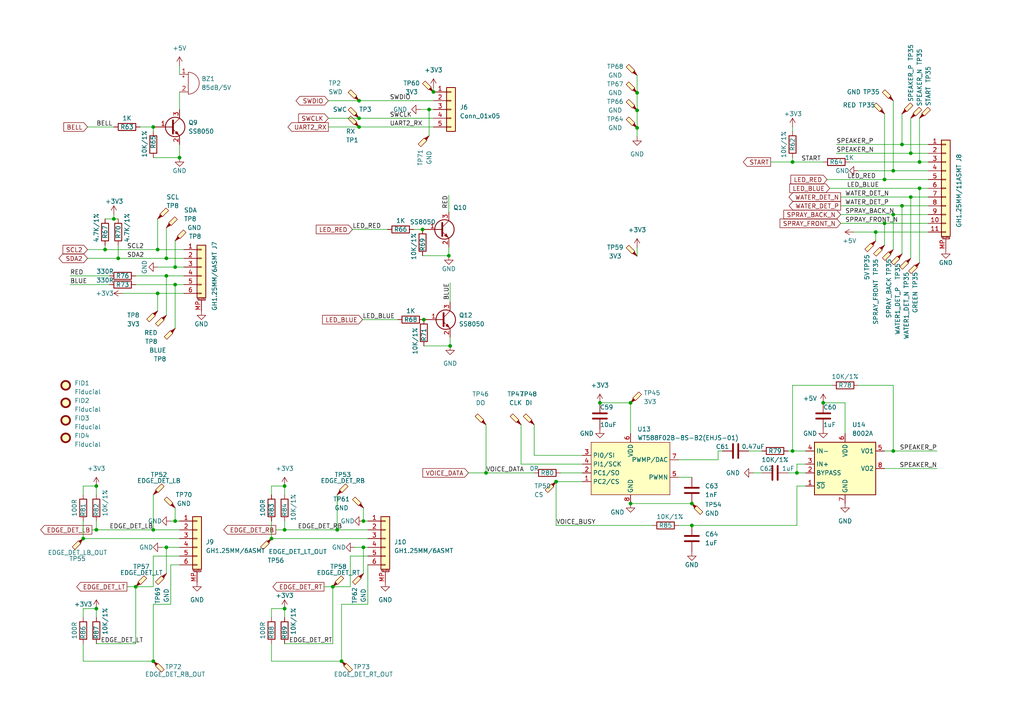
<source format=kicad_sch>
(kicad_sch (version 20230121) (generator eeschema)
  (paper "A4")
  (junction (at 261.62 59.69))
  (junction (at 200.66 146.05))
  (junction (at 231.14 137.16))
  (junction (at 184.785 37.084))
  (junction (at 122.555 66.548))
  (junction (at 124.46 31.75))
  (junction (at 264.16 44.45))
  (junction (at 99.06 191.77))
  (junction (at 238.76 116.84))
  (junction (at 48.26 80.01))
  (junction (at 229.87 130.81))
  (junction (at 104.14 29.21))
  (junction (at 125.73 26.67))
  (junction (at 182.88 146.05))
  (junction (at 130.556 100.33))
  (junction (at 39.37 170.18))
  (junction (at 266.7 46.99))
  (junction (at 259.08 130.81))
  (junction (at 45.72 72.39))
  (junction (at 259.08 49.53))
  (junction (at 254 67.31))
  (junction (at 48.26 158.75))
  (junction (at 48.26 74.93))
  (junction (at 78.74 156.21))
  (junction (at 105.41 158.75))
  (junction (at 266.7 54.61))
  (junction (at 50.8 151.13))
  (junction (at 184.785 32.004))
  (junction (at 82.55 176.53))
  (junction (at 27.94 140.97))
  (junction (at 27.94 153.67))
  (junction (at 122.936 92.71))
  (junction (at 256.54 64.77))
  (junction (at 105.41 151.13))
  (junction (at 97.79 153.67))
  (junction (at 33.02 63.5))
  (junction (at 261.62 41.91))
  (junction (at 30.48 72.39))
  (junction (at 264.16 57.15))
  (junction (at 173.99 116.84))
  (junction (at 50.8 82.55))
  (junction (at 229.87 46.99))
  (junction (at 27.94 176.53))
  (junction (at 24.13 156.21))
  (junction (at 34.29 74.93))
  (junction (at 200.66 152.4))
  (junction (at 45.72 85.09))
  (junction (at 182.88 116.84))
  (junction (at 52.07 45.72))
  (junction (at 82.55 153.67))
  (junction (at 104.14 36.83))
  (junction (at 184.785 26.924))
  (junction (at 259.08 62.23))
  (junction (at 44.45 191.77))
  (junction (at 44.45 36.83))
  (junction (at 161.29 139.7))
  (junction (at 44.45 153.67))
  (junction (at 104.14 34.29))
  (junction (at 130.175 74.168))
  (junction (at 82.55 140.97))
  (junction (at 50.8 77.47))
  (junction (at 96.52 170.18))
  (junction (at 140.97 137.16))
  (junction (at 256.54 52.07))
  (wire (pts (xy 121.92 31.75) (xy 124.46 31.75)))
  (wire (pts (xy 99.06 191.77) (xy 99.06 175.26)))
  (wire (pts (xy 184.785 32.004) (xy 184.785 37.084)))
  (wire (pts (xy 24.13 151.13) (xy 24.13 156.21)))
  (wire (pts (xy 130.556 100.33) (xy 130.556 97.79)))
  (wire (pts (xy 184.785 37.084) (xy 184.785 39.624)))
  (wire (pts (xy 261.62 59.69) (xy 269.24 59.69)))
  (wire (pts (xy 233.68 134.62) (xy 231.14 134.62)))
  (wire (pts (xy 102.87 158.75) (xy 105.41 158.75)))
  (wire (pts (xy 182.88 146.05) (xy 200.66 146.05)))
  (wire (pts (xy 151.13 134.62) (xy 168.91 134.62)))
  (wire (pts (xy 124.46 31.75) (xy 125.73 31.75)))
  (wire (pts (xy 125.73 25.4) (xy 125.73 26.67)))
  (wire (pts (xy 30.48 63.5) (xy 33.02 63.5)))
  (wire (pts (xy 45.72 63.5) (xy 45.72 72.39)))
  (wire (pts (xy 39.37 80.01) (xy 48.26 80.01)))
  (wire (pts (xy 240.665 54.61) (xy 266.7 54.61)))
  (wire (pts (xy 264.16 44.45) (xy 269.24 44.45)))
  (wire (pts (xy 50.8 147.32) (xy 50.8 151.13)))
  (wire (pts (xy 259.08 29.21) (xy 259.08 49.53)))
  (wire (pts (xy 44.45 170.18) (xy 44.45 161.29)))
  (wire (pts (xy 229.87 46.99) (xy 223.52 46.99)))
  (wire (pts (xy 196.85 133.35) (xy 208.28 133.35)))
  (wire (pts (xy 259.08 130.81) (xy 271.78 130.81)))
  (wire (pts (xy 231.14 140.97) (xy 233.68 140.97)))
  (wire (pts (xy 241.3 111.76) (xy 229.87 111.76)))
  (wire (pts (xy 105.41 147.32) (xy 105.41 151.13)))
  (wire (pts (xy 243.84 57.15) (xy 264.16 57.15)))
  (wire (pts (xy 95.25 34.29) (xy 104.14 34.29)))
  (wire (pts (xy 45.72 90.17) (xy 45.72 85.09)))
  (wire (pts (xy 34.29 71.12) (xy 34.29 74.93)))
  (wire (pts (xy 130.556 82.042) (xy 130.556 87.63)))
  (wire (pts (xy 49.53 163.83) (xy 52.07 163.83)))
  (wire (pts (xy 82.55 153.67) (xy 82.55 151.13)))
  (wire (pts (xy 39.37 170.18) (xy 44.45 170.18)))
  (wire (pts (xy 243.84 59.69) (xy 261.62 59.69)))
  (wire (pts (xy 97.79 143.51) (xy 97.79 153.67)))
  (wire (pts (xy 264.16 74.93) (xy 264.16 57.15)))
  (wire (pts (xy 24.13 179.07) (xy 24.13 176.53)))
  (wire (pts (xy 48.26 66.04) (xy 48.26 74.93)))
  (wire (pts (xy 24.13 143.51) (xy 24.13 140.97)))
  (wire (pts (xy 49.53 175.26) (xy 49.53 163.83)))
  (wire (pts (xy 135.89 137.16) (xy 140.97 137.16)))
  (wire (pts (xy 52.07 26.67) (xy 52.07 31.75)))
  (wire (pts (xy 104.14 34.29) (xy 125.73 34.29)))
  (wire (pts (xy 24.13 191.77) (xy 44.45 191.77)))
  (wire (pts (xy 48.26 158.75) (xy 48.26 166.37)))
  (wire (pts (xy 106.68 175.26) (xy 106.68 163.83)))
  (wire (pts (xy 184.785 21.844) (xy 184.785 26.924)))
  (wire (pts (xy 239.903 52.07) (xy 256.54 52.07)))
  (wire (pts (xy 229.87 46.99) (xy 238.76 46.99)))
  (wire (pts (xy 105.41 151.13) (xy 106.68 151.13)))
  (wire (pts (xy 78.74 191.77) (xy 99.06 191.77)))
  (wire (pts (xy 80.01 153.67) (xy 82.55 153.67)))
  (wire (pts (xy 45.72 85.09) (xy 53.34 85.09)))
  (wire (pts (xy 27.94 153.67) (xy 27.94 151.13)))
  (wire (pts (xy 266.7 54.61) (xy 269.24 54.61)))
  (wire (pts (xy 50.8 95.25) (xy 50.8 82.55)))
  (wire (pts (xy 231.14 152.4) (xy 231.14 140.97)))
  (wire (pts (xy 266.7 46.99) (xy 269.24 46.99)))
  (wire (pts (xy 20.32 80.01) (xy 31.75 80.01)))
  (wire (pts (xy 25.4 72.39) (xy 30.48 72.39)))
  (wire (pts (xy 95.25 29.21) (xy 104.14 29.21)))
  (wire (pts (xy 26.67 153.67) (xy 27.94 153.67)))
  (wire (pts (xy 208.28 130.81) (xy 209.55 130.81)))
  (wire (pts (xy 105.156 92.71) (xy 115.316 92.71)))
  (wire (pts (xy 45.72 77.47) (xy 50.8 77.47)))
  (wire (pts (xy 46.99 158.75) (xy 48.26 158.75)))
  (wire (pts (xy 259.08 62.23) (xy 269.24 62.23)))
  (wire (pts (xy 44.45 36.83) (xy 44.45 38.1)))
  (wire (pts (xy 34.29 74.93) (xy 48.26 74.93)))
  (wire (pts (xy 78.74 140.97) (xy 82.55 140.97)))
  (wire (pts (xy 189.23 152.4) (xy 161.29 152.4)))
  (wire (pts (xy 124.46 39.37) (xy 124.46 31.75)))
  (wire (pts (xy 238.76 116.84) (xy 245.11 116.84)))
  (wire (pts (xy 243.84 64.77) (xy 256.54 64.77)))
  (wire (pts (xy 161.29 152.4) (xy 161.29 139.7)))
  (wire (pts (xy 245.11 116.84) (xy 245.11 125.73)))
  (wire (pts (xy 217.17 130.81) (xy 220.98 130.81)))
  (wire (pts (xy 259.08 130.81) (xy 256.54 130.81)))
  (wire (pts (xy 256.54 135.89) (xy 271.78 135.89)))
  (wire (pts (xy 44.45 175.26) (xy 49.53 175.26)))
  (wire (pts (xy 93.98 170.18) (xy 96.52 170.18)))
  (wire (pts (xy 196.85 152.4) (xy 200.66 152.4)))
  (wire (pts (xy 78.74 143.51) (xy 78.74 140.97)))
  (wire (pts (xy 48.26 91.44) (xy 48.26 80.01)))
  (wire (pts (xy 104.14 36.83) (xy 125.73 36.83)))
  (wire (pts (xy 231.14 134.62) (xy 231.14 137.16)))
  (wire (pts (xy 44.45 153.67) (xy 52.07 153.67)))
  (wire (pts (xy 246.38 46.99) (xy 266.7 46.99)))
  (wire (pts (xy 50.8 69.85) (xy 50.8 77.47)))
  (wire (pts (xy 52.07 19.05) (xy 52.07 21.59)))
  (wire (pts (xy 229.87 36.83) (xy 229.87 38.1)))
  (wire (pts (xy 154.94 132.08) (xy 168.91 132.08)))
  (wire (pts (xy 96.52 170.18) (xy 101.6 170.18)))
  (wire (pts (xy 82.55 140.97) (xy 82.55 143.51)))
  (wire (pts (xy 266.7 34.29) (xy 266.7 46.99)))
  (wire (pts (xy 39.37 82.55) (xy 50.8 82.55)))
  (wire (pts (xy 95.25 36.83) (xy 104.14 36.83)))
  (wire (pts (xy 48.26 74.93) (xy 53.34 74.93)))
  (wire (pts (xy 247.65 67.31) (xy 254 67.31)))
  (wire (pts (xy 44.45 143.51) (xy 44.45 153.67)))
  (wire (pts (xy 30.48 71.12) (xy 30.48 72.39)))
  (wire (pts (xy 52.07 41.91) (xy 52.07 45.72)))
  (wire (pts (xy 261.62 73.66) (xy 261.62 59.69)))
  (wire (pts (xy 261.62 33.02) (xy 261.62 41.91)))
  (wire (pts (xy 256.54 64.77) (xy 269.24 64.77)))
  (wire (pts (xy 173.99 116.84) (xy 182.88 116.84)))
  (wire (pts (xy 40.64 36.83) (xy 44.45 36.83)))
  (wire (pts (xy 78.74 179.07) (xy 78.74 176.53)))
  (wire (pts (xy 27.94 153.67) (xy 44.45 153.67)))
  (wire (pts (xy 30.48 72.39) (xy 45.72 72.39)))
  (wire (pts (xy 259.08 111.76) (xy 259.08 130.81)))
  (wire (pts (xy 39.37 170.18) (xy 39.37 186.69)))
  (wire (pts (xy 101.6 170.18) (xy 101.6 161.29)))
  (wire (pts (xy 200.66 138.43) (xy 196.85 138.43)))
  (wire (pts (xy 248.92 111.76) (xy 259.08 111.76)))
  (wire (pts (xy 256.54 33.02) (xy 256.54 52.07)))
  (wire (pts (xy 122.936 100.33) (xy 130.556 100.33)))
  (wire (pts (xy 27.94 140.97) (xy 27.94 143.51)))
  (wire (pts (xy 261.62 41.91) (xy 269.24 41.91)))
  (wire (pts (xy 27.94 176.53) (xy 27.94 179.07)))
  (wire (pts (xy 44.45 45.72) (xy 52.07 45.72)))
  (wire (pts (xy 20.32 82.55) (xy 31.75 82.55)))
  (wire (pts (xy 264.16 34.29) (xy 264.16 44.45)))
  (wire (pts (xy 82.55 153.67) (xy 97.79 153.67)))
  (wire (pts (xy 264.16 57.15) (xy 269.24 57.15)))
  (wire (pts (xy 105.41 158.75) (xy 106.68 158.75)))
  (wire (pts (xy 105.41 166.37) (xy 105.41 158.75)))
  (wire (pts (xy 120.015 66.548) (xy 122.555 66.548)))
  (wire (pts (xy 228.6 137.16) (xy 231.14 137.16)))
  (wire (pts (xy 130.175 56.642) (xy 130.175 61.468)))
  (wire (pts (xy 266.7 76.2) (xy 266.7 54.61)))
  (wire (pts (xy 231.14 137.16) (xy 233.68 137.16)))
  (wire (pts (xy 24.13 156.21) (xy 52.07 156.21)))
  (wire (pts (xy 24.13 186.69) (xy 24.13 191.77)))
  (wire (pts (xy 50.8 82.55) (xy 53.34 82.55)))
  (wire (pts (xy 49.53 151.13) (xy 50.8 151.13)))
  (wire (pts (xy 140.97 123.19) (xy 140.97 137.16)))
  (wire (pts (xy 25.4 36.83) (xy 33.02 36.83)))
  (wire (pts (xy 161.29 139.7) (xy 168.91 139.7)))
  (wire (pts (xy 220.98 137.16) (xy 218.44 137.16)))
  (wire (pts (xy 242.57 41.91) (xy 261.62 41.91)))
  (wire (pts (xy 99.06 175.26) (xy 106.68 175.26)))
  (wire (pts (xy 122.555 74.168) (xy 130.175 74.168)))
  (wire (pts (xy 130.175 74.168) (xy 130.175 71.628)))
  (wire (pts (xy 78.74 156.21) (xy 106.68 156.21)))
  (wire (pts (xy 48.26 158.75) (xy 52.07 158.75)))
  (wire (pts (xy 104.14 29.21) (xy 125.73 29.21)))
  (wire (pts (xy 184.785 71.755) (xy 184.785 74.295)))
  (wire (pts (xy 248.92 49.53) (xy 259.08 49.53)))
  (wire (pts (xy 184.785 26.924) (xy 184.785 32.004)))
  (wire (pts (xy 82.55 176.53) (xy 82.55 179.07)))
  (wire (pts (xy 96.52 170.18) (xy 96.52 186.69)))
  (wire (pts (xy 254 69.85) (xy 254 67.31)))
  (wire (pts (xy 36.83 170.18) (xy 39.37 170.18)))
  (wire (pts (xy 151.13 123.19) (xy 151.13 134.62)))
  (wire (pts (xy 48.26 80.01) (xy 53.34 80.01)))
  (wire (pts (xy 50.8 77.47) (xy 53.34 77.47)))
  (wire (pts (xy 101.6 161.29) (xy 106.68 161.29)))
  (wire (pts (xy 78.74 176.53) (xy 82.55 176.53)))
  (wire (pts (xy 82.55 186.69) (xy 96.52 186.69)))
  (wire (pts (xy 24.13 176.53) (xy 27.94 176.53)))
  (wire (pts (xy 154.94 123.19) (xy 154.94 132.08)))
  (wire (pts (xy 243.84 62.23) (xy 259.08 62.23)))
  (wire (pts (xy 229.87 45.72) (xy 229.87 46.99)))
  (wire (pts (xy 140.97 137.16) (xy 154.94 137.16)))
  (wire (pts (xy 35.56 85.09) (xy 45.72 85.09)))
  (wire (pts (xy 24.13 140.97) (xy 27.94 140.97)))
  (wire (pts (xy 229.87 130.81) (xy 233.68 130.81)))
  (wire (pts (xy 228.6 130.81) (xy 229.87 130.81)))
  (wire (pts (xy 102.235 66.548) (xy 112.395 66.548)))
  (wire (pts (xy 208.28 130.81) (xy 208.28 133.35)))
  (wire (pts (xy 259.08 72.39) (xy 259.08 62.23)))
  (wire (pts (xy 200.66 152.4) (xy 231.14 152.4)))
  (wire (pts (xy 97.79 153.67) (xy 106.68 153.67)))
  (wire (pts (xy 44.45 191.77) (xy 44.45 175.26)))
  (wire (pts (xy 33.02 62.23) (xy 33.02 63.5)))
  (wire (pts (xy 44.45 161.29) (xy 52.07 161.29)))
  (wire (pts (xy 182.88 116.84) (xy 182.88 125.73)))
  (wire (pts (xy 242.57 44.45) (xy 264.16 44.45)))
  (wire (pts (xy 162.56 137.16) (xy 168.91 137.16)))
  (wire (pts (xy 259.08 49.53) (xy 269.24 49.53)))
  (wire (pts (xy 78.74 151.13) (xy 78.74 156.21)))
  (wire (pts (xy 256.54 71.12) (xy 256.54 64.77)))
  (wire (pts (xy 25.4 74.93) (xy 34.29 74.93)))
  (wire (pts (xy 50.8 151.13) (xy 52.07 151.13)))
  (wire (pts (xy 78.74 186.69) (xy 78.74 191.77)))
  (wire (pts (xy 229.87 111.76) (xy 229.87 130.81)))
  (wire (pts (xy 27.94 186.69) (xy 39.37 186.69)))
  (wire (pts (xy 33.02 63.5) (xy 34.29 63.5)))
  (wire (pts (xy 256.54 52.07) (xy 269.24 52.07)))
  (wire (pts (xy 45.72 72.39) (xy 53.34 72.39)))
  (wire (pts (xy 254 67.31) (xy 269.24 67.31)))
  (label "LED_BLUE" (at 105.156 92.71 0))
  (label "BELL" (at 27.94 36.83 0))
  (label "EDGE_DET_LT" (at 29.21 186.69 0))
  (label "VOICE_BUSY" (at 161.29 152.4 0))
  (label "START" (at 232.41 46.99 0))
  (label "SPRAY_FRONT_N" (at 245.11 64.77 0))
  (label "LED_RED" (at 102.235 66.548 0))
  (label "WATER_DET_P" (at 245.11 59.69 0))
  (label "EDGE_DET_RB" (at 86.36 153.67 0))
  (label "LED_RED" (at 245.745 52.07 0))
  (label "SWDIO" (at 113.03 29.21 0))
  (label "RED" (at 20.32 80.01 0))
  (label "VOICE_DATA" (at 140.97 137.16 0))
  (label "SWCLK" (at 113.03 34.29 0))
  (label "SPEAKER_N" (at 242.57 44.45 0))
  (label "EDGE_DET_RT" (at 83.82 186.69 0))
  (label "SDA2" (at 36.83 74.93 0))
  (label "BLUE" (at 20.32 82.55 0))
  (label "WATER_DET_N" (at 245.11 57.15 0))
  (label "UART2_RX" (at 113.03 36.83 0))
  (label "SCL2" (at 36.83 72.39 0))
  (label "EDGE_DET_LB" (at 31.75 153.67 0))
  (label "SPEAKER_P" (at 271.78 130.81 180))
  (label "SPEAKER_P" (at 242.57 41.91 0))
  (label "LED_BLUE" (at 245.618 54.61 0))
  (label "RED" (at 130.175 56.642 270))
  (label "BLUE" (at 130.556 82.042 270))
  (label "SPRAY_BACK_N" (at 245.11 62.23 0))
  (label "SPEAKER_N" (at 271.78 135.89 180))
  (global_label "VOICE_DATA" (shape input) (at 135.89 137.16 180) (property "Intersheetrefs" "${INTERSHEET_REFS}" (effects hide)))
  (global_label "LED_BLUE" (shape input) (at 240.665 54.61 180) (property "Intersheetrefs" "${INTERSHEET_REFS}" (effects hide)))
  (global_label "SDA2" (shape bidirectional) (at 25.4 74.93 180) (property "Intersheetrefs" "${INTERSHEET_REFS}" (effects hide)))
  (global_label "SPRAY_FRONT_N" (shape input) (at 243.84 64.77 180) (property "Intersheetrefs" "${INTERSHEET_REFS}" (effects hide)))
  (global_label "LED_RED" (shape input) (at 239.903 52.07 180) (property "Intersheetrefs" "${INTERSHEET_REFS}" (effects hide)))
  (global_label "EDGE_DET_RT" (shape output) (at 93.98 170.18 180) (property "Intersheetrefs" "${INTERSHEET_REFS}" (effects hide)))
  (global_label "LED_BLUE" (shape input) (at 105.156 92.71 180) (property "Intersheetrefs" "${INTERSHEET_REFS}" (effects hide)))
  (global_label "SWDIO" (shape bidirectional) (at 95.25 29.21 180) (property "Intersheetrefs" "${INTERSHEET_REFS}" (effects hide)))
  (global_label "UART2_RX" (shape output) (at 95.25 36.83 180) (property "Intersheetrefs" "${INTERSHEET_REFS}" (effects hide)))
  (global_label "EDGE_DET_LT" (shape output) (at 36.83 170.18 180) (property "Intersheetrefs" "${INTERSHEET_REFS}" (effects hide)))
  (global_label "EDGE_DET_LB" (shape output) (at 26.67 153.67 180) (property "Intersheetrefs" "${INTERSHEET_REFS}" (effects hide)))
  (global_label "START" (shape output) (at 223.52 46.99 180) (property "Intersheetrefs" "${INTERSHEET_REFS}" (effects hide)))
  (global_label "SWCLK" (shape input) (at 95.25 34.29 180) (property "Intersheetrefs" "${INTERSHEET_REFS}" (effects hide)))
  (global_label "LED_RED" (shape input) (at 102.235 66.548 180) (property "Intersheetrefs" "${INTERSHEET_REFS}" (effects hide)))
  (global_label "SCL2" (shape input) (at 25.4 72.39 180) (property "Intersheetrefs" "${INTERSHEET_REFS}" (effects hide)))
  (global_label "WATER_DET_N" (shape output) (at 243.84 57.15 180) (property "Intersheetrefs" "${INTERSHEET_REFS}" (effects hide)))
  (global_label "EDGE_DET_RB" (shape output) (at 80.01 153.67 180) (property "Intersheetrefs" "${INTERSHEET_REFS}" (effects hide)))
  (global_label "WATER_DET_P" (shape output) (at 243.84 59.69 180) (property "Intersheetrefs" "${INTERSHEET_REFS}" (effects hide)))
  (global_label "BELL" (shape input) (at 25.4 36.83 180) (property "Intersheetrefs" "${INTERSHEET_REFS}" (effects hide)))
  (global_label "SPRAY_BACK_N" (shape input) (at 243.84 62.23 180) (property "Intersheetrefs" "${INTERSHEET_REFS}" (effects hide)))
  (symbol (lib_id "power:+3V3") (at 33.02 62.23 0) (unit 1)
    (property "Reference" "#PWR034" (effects hide))
    (property "Value" "+3V3" (at 30.48 58.42 0) (effects (justify left)))
    (instances (project "cleanrobot-square-main" (path "" (reference "#PWR034") (unit 1))) (project "cleanrobot-square-baro" (path "" (reference "#PWR013") (unit 1))))
  )
  (symbol (lib_id "Device:C") (at 224.79 137.16 90) (unit 1)
    (property "Reference" "C62" (at 222.25 135.89 90))
    (property "Value" "1uF" (at 228.6 135.89 90))
    (property "Footprint" "Capacitor_SMD:C_0603_1608Metric" (effects hide))
  )
  (symbol (lib_id "Connector:TestPoint_Probe") (at 45.72 90.17 180) (unit 1)
    (property "Reference" "TP8" (at 36.83 91.44 0) (effects (justify right)))
    (property "Value" "3V3" (at 36.83 93.98 0) (effects (justify right)))
    (property "Footprint" "TestPoint:TestPoint_Pad_D1.0mm" (effects hide))
    (instances (project "cleanrobot-square-main" (path "" (reference "TP8") (unit 1)) (path "" (reference "TP41") (unit 1))) (project "cleanrobot-square-baro" (path "" (reference "TP7") (unit 1))))
  )
  (symbol (lib_id "Device:R") (at 242.57 46.99 90) (unit 1)
    (property "Reference" "R64" (at 242.57 46.99 90))
    (property "Value" "1K" (at 246.38 45.72 90))
    (property "Footprint" "Resistor_SMD:R_0603_1608Metric" (effects hide))
  )
  (symbol (lib_id "Connector:TestPoint_Probe") (at 99.06 191.77 270) (unit 1)
    (property "Reference" "TP73" (at 104.902 193.421 90))
    (property "Value" "EDGE_DET_RT_OUT" (at 105.41 195.58 90))
    (property "Footprint" "TestPoint:TestPoint_Pad_D1.0mm" (effects hide))
  )
  (symbol (lib_id "Ovo_Audio:WT588F02B-8S") (at 182.88 135.89 0) (unit 1)
    (property "Reference" "U13" (at 184.8359 124.46 0) (effects (justify left)))
    (property "Value" "WT588F02B-8S-B2(EHJS-01)" (at 184.8359 127 0) (effects (justify left)))
    (property "Footprint" "Package_SO:SOIC-8_3.9x4.9mm_P1.27mm" (effects hide))
  )
  (symbol (lib_id "Device:R") (at 30.48 67.31 0) (unit 1)
    (property "Reference" "R67" (at 30.48 67.31 90))
    (property "Value" "4.7K/1%" (at 27.94 66.04 90))
    (property "Footprint" "Resistor_SMD:R_0603_1608Metric" (effects hide))
  )
  (symbol (lib_id "power:+5V") (at 247.65 67.31 90) (unit 1)
    (property "Reference" "#PWR023" (effects hide))
    (property "Value" "+5V" (at 246.38 69.85 90))
    (instances (project "cleanrobot-square-main" (path "" (reference "#PWR023") (unit 1)) (path "" (reference "#PWR0105") (unit 1))) (project "cleanrobot-square-hub" (path "" (reference "#PWR05") (unit 1))))
  )
  (symbol (lib_id "Device:R") (at 122.936 96.52 0) (unit 1)
    (property "Reference" "R71" (at 122.936 99.06 90) (effects (justify left)))
    (property "Value" "10K/1%" (at 120.396 102.87 90) (effects (justify left)))
    (property "Footprint" "Resistor_SMD:R_0603_1608Metric" (effects hide))
  )
  (symbol (lib_id "Device:R") (at 27.94 147.32 0) (unit 1)
    (property "Reference" "R82" (at 27.94 149.86 90) (effects (justify left)))
    (property "Value" "10K/1%" (at 30.48 149.86 90) (effects (justify left)))
    (property "Footprint" "Resistor_SMD:R_0603_1608Metric" (effects hide))
  )
  (symbol (lib_id "power:GND") (at 245.11 146.05 0) (unit 1)
    (property "Reference" "#PWR0119" (effects hide))
    (property "Value" "GND" (at 245.11 151.13 0))
  )
  (symbol (lib_name "GND_3") (lib_id "power:GND") (at 111.76 168.91 0) (unit 1)
    (property "Reference" "#PWR0126" (effects hide))
    (property "Value" "GND" (at 111.76 173.99 0))
  )
  (symbol (lib_id "power:GND") (at 218.44 137.16 270) (unit 1)
    (property "Reference" "#PWR0115" (effects hide))
    (property "Value" "GND" (at 214.63 137.1599 90) (effects (justify right)))
  )
  (symbol (lib_id "Connector:TestPoint_Probe") (at 45.72 63.5 0) (unit 1)
    (property "Reference" "TP8" (at 48.26 59.69 0) (effects (justify left)))
    (property "Value" "SCL" (at 48.26 57.15 0) (effects (justify left)))
    (property "Footprint" "TestPoint:TestPoint_Pad_D1.0mm" (effects hide))
    (instances (project "cleanrobot-square-main" (path "" (reference "TP8") (unit 1)) (path "" (reference "TP42") (unit 1))) (project "cleanrobot-square-baro" (path "" (reference "TP3") (unit 1))))
  )
  (symbol (lib_id "power:+3V3") (at 229.87 36.83 0) (unit 1)
    (property "Reference" "#PWR0100" (effects hide))
    (property "Value" "+3V3" (at 227.33 33.02 0) (effects (justify left)))
  )
  (symbol (lib_id "Connector:TestPoint_Probe") (at 261.62 73.66 180) (unit 1)
    (property "Reference" "TP35" (at 260.35 78.74 90))
    (property "Value" "WATER1_DET_P" (at 260.35 90.17 90))
    (property "Footprint" "TestPoint:TestPoint_Pad_D1.0mm" (effects hide))
    (instances (project "cleanrobot-square-main" (path "" (reference "TP35") (unit 1)) (path "" (reference "TP38") (unit 1))) (project "cleanrobot-square-hub" (path "" (reference "TP7") (unit 1))))
  )
  (symbol (lib_id "Device:R") (at 35.56 80.01 90) (unit 1)
    (property "Reference" "R76" (at 35.56 80.01 90))
    (property "Value" "330R" (at 30.48 78.74 90))
    (property "Footprint" "Resistor_SMD:R_0603_1608Metric" (effects hide))
  )
  (symbol (lib_id "power:+3V3") (at 82.55 140.97 0) (unit 1)
    (property "Reference" "#PWR0117" (effects hide))
    (property "Value" "+3V3" (at 82.55 135.89 0))
  )
  (symbol (lib_id "power:+3V3") (at 184.785 71.755 0) (unit 1)
    (property "Reference" "#PWR0127" (effects hide))
    (property "Value" "+3V3" (at 184.785 66.675 0))
  )
  (symbol (lib_id "Connector:TestPoint_Probe") (at 48.26 66.04 0) (unit 1)
    (property "Reference" "TP8" (at 53.34 63.5 0) (effects (justify left)))
    (property "Value" "SDA" (at 53.34 60.96 0) (effects (justify left)))
    (property "Footprint" "TestPoint:TestPoint_Pad_D1.0mm" (effects hide))
    (instances (project "cleanrobot-square-main" (path "" (reference "TP8") (unit 1)) (path "" (reference "TP43") (unit 1))) (project "cleanrobot-square-baro" (path "" (reference "TP5") (unit 1))))
  )
  (symbol (lib_id "Device:R") (at 82.55 182.88 0) (unit 1)
    (property "Reference" "R89" (at 82.55 185.42 90) (effects (justify left)))
    (property "Value" "10K/1%" (at 85.09 184.15 90) (effects (justify left)))
    (property "Footprint" "Resistor_SMD:R_0603_1608Metric" (effects hide))
  )
  (symbol (lib_id "Connector:TestPoint_Probe") (at 261.62 33.02 0) (unit 1)
    (property "Reference" "TP35" (at 264.16 15.24 90))
    (property "Value" "SPEAKER_P" (at 264.16 24.13 90))
    (property "Footprint" "TestPoint:TestPoint_Pad_D1.0mm" (effects hide))
    (instances (project "cleanrobot-square-main" (path "" (reference "TP35") (unit 1)) (path "" (reference "TP27") (unit 1))) (project "cleanrobot-square-hub" (path "" (reference "TP8") (unit 1))))
  )
  (symbol (lib_id "Device:C") (at 173.99 120.65 0) (unit 1)
    (property "Reference" "C59" (at 173.99 118.11 0) (effects (justify left)))
    (property "Value" "10uF" (at 173.99 123.19 0) (effects (justify left)))
    (property "Footprint" "Capacitor_SMD:C_0603_1608Metric" (effects hide))
  )
  (symbol (lib_id "Device:R") (at 158.75 137.16 90) (unit 1)
    (property "Reference" "R80" (at 158.75 137.16 90))
    (property "Value" "0R" (at 154.94 135.89 90))
    (property "Footprint" "Resistor_SMD:R_0603_1608Metric" (effects hide))
  )
  (symbol (lib_id "Connector:TestPoint_Probe") (at 125.73 26.67 90) (unit 1)
    (property "Reference" "TP60" (at 119.38 24.13 90))
    (property "Value" "3V3" (at 119.38 26.67 90))
    (property "Footprint" "TestPoint:TestPoint_Pad_D1.5mm" (effects hide))
  )
  (symbol (lib_id "Connector:TestPoint_Probe") (at 140.97 123.19 90) (unit 1)
    (property "Reference" "TP46" (at 139.3825 114.3 90))
    (property "Value" "DO" (at 139.3825 116.84 90))
    (property "Footprint" "TestPoint:TestPoint_Pad_D1.0mm" (effects hide))
  )
  (symbol (lib_id "Connector_Generic_MountingPin:Conn_01x06_MountingPin") (at 111.76 156.21 0) (unit 1)
    (property "Reference" "J10" (at 114.3 157.2006 0) (effects (justify left)))
    (property "Value" "GH1.25MM/6ASMT" (at 114.3 159.7406 0) (effects (justify left)))
    (property "Footprint" "Connector_JST:JST_GH_BM06B-GHS-TBT_1x06-1MP_P1.25mm_Vertical" (effects hide))
  )
  (symbol (lib_id "Device:R") (at 24.13 147.32 0) (unit 1)
    (property "Reference" "R81" (at 24.13 149.86 90) (effects (justify left)))
    (property "Value" "100R" (at 21.59 149.86 90) (effects (justify left)))
    (property "Footprint" "Resistor_SMD:R_0603_1608Metric" (effects hide))
  )
  (symbol (lib_id "power:GND") (at 173.99 124.46 0) (unit 1)
    (property "Reference" "#PWR0113" (effects hide))
    (property "Value" "GND" (at 170.18 125.73 0))
  )
  (symbol (lib_id "Connector:TestPoint_Probe") (at 259.08 29.21 90) (unit 1)
    (property "Reference" "TP35" (at 252.73 26.67 90))
    (property "Value" "GND" (at 247.65 26.67 90))
    (property "Footprint" "TestPoint:TestPoint_Pad_D1.0mm" (effects hide))
    (instances (project "cleanrobot-square-main" (path "" (reference "TP35") (unit 1)) (path "" (reference "TP24") (unit 1))) (project "cleanrobot-square-hub" (path "" (reference "TP6") (unit 1))))
  )
  (symbol (lib_id "Device:R") (at 193.04 152.4 90) (unit 1)
    (property "Reference" "R85" (at 193.04 152.4 90))
    (property "Value" "10K/1%" (at 194.31 149.86 90))
    (property "Footprint" "Resistor_SMD:R_0603_1608Metric" (effects hide))
  )
  (symbol (lib_id "Connector:TestPoint_Probe") (at 124.46 39.37 180) (unit 1)
    (property "Reference" "TP71" (at 121.92 45.72 90))
    (property "Value" "GND" (at 124.46 45.72 90))
    (property "Footprint" "TestPoint:TestPoint_Pad_D1.5mm" (effects hide))
  )
  (symbol (lib_id "power:+3V3") (at 173.99 116.84 0) (unit 1)
    (property "Reference" "#PWR0111" (effects hide))
    (property "Value" "+3V3" (at 173.99 111.76 0))
  )
  (symbol (lib_id "power:GND") (at 45.72 77.47 270) (unit 1)
    (property "Reference" "#PWR0109" (effects hide))
    (property "Value" "GND" (at 41.91 77.47 0))
    (instances (project "cleanrobot-square-main" (path "" (reference "#PWR0109") (unit 1))) (project "cleanrobot-square-baro" (path "" (reference "#PWR014") (unit 1))))
  )
  (symbol (lib_id "Device:R") (at 122.555 70.358 0) (unit 1)
    (property "Reference" "R69" (at 122.555 72.898 90) (effects (justify left)))
    (property "Value" "10K/1%" (at 120.015 75.438 90) (effects (justify left)))
    (property "Footprint" "Resistor_SMD:R_0603_1608Metric" (effects hide))
  )
  (symbol (lib_id "power:GND") (at 182.88 146.05 0) (unit 1)
    (property "Reference" "#PWR0118" (effects hide))
    (property "Value" "GND" (at 179.07 148.59 0))
  )
  (symbol (lib_id "Connector:TestPoint_Probe") (at 24.13 156.21 180) (unit 1)
    (property "Reference" "TP55" (at 22.479 162.052 0))
    (property "Value" "EDGE_DET_LB_OUT" (at 22.479 160.274 0))
    (property "Footprint" "TestPoint:TestPoint_Pad_D1.0mm" (effects hide))
  )
  (symbol (lib_id "power:GND") (at 200.66 160.02 0) (unit 1)
    (property "Reference" "#PWR0124" (effects hide))
    (property "Value" "GND" (at 200.66 163.83 0))
  )
  (symbol (lib_id "power:+3V3") (at 27.94 140.97 0) (unit 1)
    (property "Reference" "#PWR0116" (effects hide))
    (property "Value" "+3V3" (at 27.94 135.89 0))
  )
  (symbol (lib_name "GND_2") (lib_id "power:GND") (at 57.15 168.91 0) (unit 1)
    (property "Reference" "#PWR0125" (effects hide))
    (property "Value" "GND" (at 57.15 173.99 0))
  )
  (symbol (lib_id "Mechanical:Fiducial") (at 19.05 127 0) (unit 1) (in_bom no)
    (property "Reference" "FID4" (at 21.59 126.365 0) (effects (justify left)))
    (property "Value" "Fiducial" (at 21.59 128.905 0) (effects (justify left)))
    (property "Footprint" "Fiducial:Fiducial_1mm_Mask2mm" (effects hide))
  )
  (symbol (lib_id "Connector:TestPoint_Probe") (at 44.45 143.51 0) (unit 1)
    (property "Reference" "TP52" (at 46.101 137.668 0))
    (property "Value" "EDGE_DET_LB" (at 46.101 139.446 0))
    (property "Footprint" "TestPoint:TestPoint_Pad_D1.0mm" (effects hide))
  )
  (symbol (lib_id "Connector:TestPoint_Probe") (at 184.785 37.084 90) (unit 1)
    (property "Reference" "TP64" (at 178.435 34.544 90))
    (property "Value" "GND" (at 178.435 37.084 90))
    (property "Footprint" "TestPoint:TestPoint_Pad_D1.0mm" (effects hide))
  )
  (symbol (lib_id "power:GND") (at 49.53 151.13 270) (unit 1)
    (property "Reference" "#PWR0120" (effects hide))
    (property "Value" "GND" (at 46.99 151.13 90) (effects (justify right)))
  )
  (symbol (lib_id "Device:R") (at 27.94 182.88 0) (unit 1)
    (property "Reference" "R87" (at 27.94 185.42 90) (effects (justify left)))
    (property "Value" "10K/1%" (at 30.48 184.15 90) (effects (justify left)))
    (property "Footprint" "Resistor_SMD:R_0603_1608Metric" (effects hide))
  )
  (symbol (lib_id "Device:R") (at 24.13 182.88 0) (unit 1)
    (property "Reference" "R86" (at 24.13 185.42 90) (effects (justify left)))
    (property "Value" "100R" (at 21.59 185.42 90) (effects (justify left)))
    (property "Footprint" "Resistor_SMD:R_0603_1608Metric" (effects hide))
  )
  (symbol (lib_id "Connector:TestPoint_Probe") (at 184.785 74.295 90) (unit 1)
    (property "Reference" "TP59" (at 178.435 71.755 90))
    (property "Value" "3V3" (at 178.435 74.295 90))
    (property "Footprint" "TestPoint:TestPoint_Pad_D1.0mm" (effects hide))
  )
  (symbol (lib_id "Device:C") (at 200.66 156.21 0) (unit 1)
    (property "Reference" "C64" (at 204.47 154.9399 0) (effects (justify left)))
    (property "Value" "1uF" (at 204.47 157.4799 0) (effects (justify left)))
    (property "Footprint" "Capacitor_SMD:C_0603_1608Metric" (effects hide))
  )
  (symbol (lib_id "Device:Buzzer") (at 54.61 24.13 0) (unit 1)
    (property "Reference" "BZ1" (at 58.42 22.8599 0) (effects (justify left)))
    (property "Value" "85dB/5V" (at 58.42 25.3999 0) (effects (justify left)))
    (property "Footprint" "Buzzer_Beeper:Buzzer_12x9.5RM7.6" (effects hide))
  )
  (symbol (lib_id "power:+3V3") (at 35.56 85.09 90) (unit 1)
    (property "Reference" "#PWR0107" (effects hide))
    (property "Value" "+3V3" (at 33.02 85.09 90) (effects (justify left)))
    (instances (project "cleanrobot-square-main" (path "" (reference "#PWR0107") (unit 1))) (project "cleanrobot-square-baro" (path "" (reference "#PWR013") (unit 1))))
  )
  (symbol (lib_id "Device:Q_NPN_BEC") (at 49.53 36.83 0) (unit 1)
    (property "Reference" "Q9" (at 54.61 35.5599 0) (effects (justify left)))
    (property "Value" "SS8050" (at 54.61 38.0999 0) (effects (justify left)))
    (property "Footprint" "Package_TO_SOT_SMD:SOT-23" (effects hide))
  )
  (symbol (lib_id "power:+5V") (at 52.07 19.05 0) (unit 1)
    (property "Reference" "#PWR098" (effects hide))
    (property "Value" "+5V" (at 52.07 13.97 0))
  )
  (symbol (lib_id "Device:R") (at 34.29 67.31 0) (unit 1)
    (property "Reference" "R70" (at 34.29 67.31 90))
    (property "Value" "4.7K/1%" (at 36.83 66.04 90))
    (property "Footprint" "Resistor_SMD:R_0603_1608Metric" (effects hide))
  )
  (symbol (lib_id "Connector_Generic:Conn_01x05") (at 130.81 31.75 0) (unit 1)
    (property "Reference" "J6" (at 133.35 31.115 0) (effects (justify left)))
    (property "Value" "Conn_01x05" (at 133.35 33.655 0) (effects (justify left)))
    (property "Footprint" "Connector_PinHeader_2.00mm:PinHeader_1x05_P2.00mm_Vertical" (effects hide))
  )
  (symbol (lib_id "Connector:TestPoint_Probe") (at 161.29 139.7 180) (unit 1)
    (property "Reference" "TP50" (at 154.94 140.97 0) (effects (justify right)))
    (property "Value" "CS" (at 154.94 143.51 0) (effects (justify right)))
    (property "Footprint" "TestPoint:TestPoint_Pad_D1.0mm" (effects hide))
  )
  (symbol (lib_id "Mechanical:Fiducial") (at 19.05 111.76 0) (unit 1) (in_bom no)
    (property "Reference" "FID1" (at 21.59 111.125 0) (effects (justify left)))
    (property "Value" "Fiducial" (at 21.59 113.665 0) (effects (justify left)))
    (property "Footprint" "Fiducial:Fiducial_1mm_Mask2mm" (effects hide))
  )
  (symbol (lib_id "Connector:TestPoint_Probe") (at 104.14 34.29 90) (unit 1)
    (property "Reference" "TP3" (at 104.14 31.75 90) (effects (justify right)))
    (property "Value" "SWC" (at 96.52 31.75 90) (effects (justify right)))
    (property "Footprint" "TestPoint:TestPoint_Pad_D1.5mm" (effects hide))
    (instances (project "cleanrobot-square-main" (path "" (reference "TP3") (unit 1)) (path "" (reference "TP25") (unit 1))))
  )
  (symbol (lib_id "power:GND") (at 130.556 100.33 0) (unit 1)
    (property "Reference" "#PWR086" (effects hide))
    (property "Value" "GND" (at 130.556 105.41 0))
  )
  (symbol (lib_id "Connector:TestPoint_Probe") (at 184.785 32.004 90) (unit 1)
    (property "Reference" "TP66" (at 178.435 29.464 90))
    (property "Value" "GND" (at 178.435 32.004 90))
    (property "Footprint" "TestPoint:TestPoint_Pad_D1.0mm" (effects hide))
  )
  (symbol (lib_id "power:+3V3") (at 27.94 176.53 0) (unit 1)
    (property "Reference" "#PWR0128" (effects hide))
    (property "Value" "+3V3" (at 24.13 175.26 0))
  )
  (symbol (lib_id "Connector:TestPoint_Probe") (at 200.66 146.05 270) (unit 1)
    (property "Reference" "TP54" (at 204.47 146.3674 90) (effects (justify left)))
    (property "Value" "GND" (at 204.47 148.9074 90) (effects (justify left)))
    (property "Footprint" "TestPoint:TestPoint_Pad_D1.0mm" (effects hide))
  )
  (symbol (lib_id "Device:R") (at 35.56 82.55 90) (unit 1)
    (property "Reference" "R73" (at 35.56 82.55 90))
    (property "Value" "330R" (at 30.48 81.28 90))
    (property "Footprint" "Resistor_SMD:R_0603_1608Metric" (effects hide))
  )
  (symbol (lib_id "Device:C") (at 200.66 142.24 0) (unit 1)
    (property "Reference" "C63" (at 204.47 140.9699 0) (effects (justify left)))
    (property "Value" "1nF" (at 204.47 143.5099 0) (effects (justify left)))
    (property "Footprint" "Capacitor_SMD:C_0603_1608Metric" (effects hide))
  )
  (symbol (lib_id "Ovo_Amplifier:8002A") (at 245.11 135.89 0) (unit 1)
    (property "Reference" "U14" (at 247.1294 123.19 0) (effects (justify left)))
    (property "Value" "8002A" (at 247.1294 125.73 0) (effects (justify left)))
    (property "Footprint" "Package_SO:SOIC-8_3.9x4.9mm_P1.27mm" (effects hide))
    (property "Datasheet" "https://atta.szlcsc.com/upload/public/pdf/source/20170211/1486785664274.pdf" (effects hide))
  )
  (symbol (lib_id "Device:C") (at 238.76 120.65 0) (unit 1)
    (property "Reference" "C60" (at 238.76 118.11 0) (effects (justify left)))
    (property "Value" "1uF" (at 238.76 123.19 0) (effects (justify left)))
    (property "Footprint" "Capacitor_SMD:C_0603_1608Metric" (effects hide))
  )
  (symbol (lib_id "Device:R") (at 245.11 111.76 90) (unit 1)
    (property "Reference" "R78" (at 245.11 111.76 90))
    (property "Value" "10K/1%" (at 245.11 109.22 90))
    (property "Footprint" "Resistor_SMD:R_0603_1608Metric" (effects hide))
  )
  (symbol (lib_id "Connector:TestPoint_Probe") (at 264.16 34.29 0) (unit 1)
    (property "Reference" "TP35" (at 266.7 16.51 90))
    (property "Value" "SPEAKER_N" (at 266.7 25.4 90))
    (property "Footprint" "TestPoint:TestPoint_Pad_D1.0mm" (effects hide))
    (instances (project "cleanrobot-square-main" (path "" (reference "TP35") (unit 1)) (path "" (reference "TP28") (unit 1))) (project "cleanrobot-square-hub" (path "" (reference "TP10") (unit 1))))
  )
  (symbol (lib_id "Connector:TestPoint_Probe") (at 256.54 33.02 90) (unit 1)
    (property "Reference" "TP35" (at 251.46 30.48 90))
    (property "Value" "RED" (at 246.38 30.48 90))
    (property "Footprint" "TestPoint:TestPoint_Pad_D1.0mm" (effects hide))
    (instances (project "cleanrobot-square-main" (path "" (reference "TP35") (unit 1)) (path "" (reference "TP26") (unit 1))) (project "cleanrobot-square-hub" (path "" (reference "TP5") (unit 1))))
  )
  (symbol (lib_id "power:GND") (at 105.41 151.13 270) (unit 1)
    (property "Reference" "#PWR0121" (effects hide))
    (property "Value" "GND" (at 102.87 151.13 90) (effects (justify right)))
  )
  (symbol (lib_id "Device:C") (at 213.36 130.81 90) (unit 1)
    (property "Reference" "C61" (at 209.55 129.54 90))
    (property "Value" "0.47uF" (at 218.44 129.54 90))
    (property "Footprint" "Capacitor_SMD:C_0603_1608Metric" (effects hide))
  )
  (symbol (lib_id "Connector:TestPoint_Probe") (at 259.08 72.39 180) (unit 1)
    (property "Reference" "TP35" (at 257.81 77.47 90))
    (property "Value" "SPRAY_BACK" (at 257.81 86.36 90))
    (property "Footprint" "TestPoint:TestPoint_Pad_D1.0mm" (effects hide))
    (instances (project "cleanrobot-square-main" (path "" (reference "TP35") (unit 1)) (path "" (reference "TP37") (unit 1))) (project "cleanrobot-square-hub" (path "" (reference "TP4") (unit 1))))
  )
  (symbol (lib_id "Connector:TestPoint_Probe") (at 44.45 191.77 270) (unit 1)
    (property "Reference" "TP72" (at 50.292 193.421 90))
    (property "Value" "EDGE_DET_RB_OUT" (at 50.8 195.58 90))
    (property "Footprint" "TestPoint:TestPoint_Pad_D1.0mm" (effects hide))
  )
  (symbol (lib_id "Connector:TestPoint_Probe") (at 151.13 123.19 90) (unit 1)
    (property "Reference" "TP47" (at 149.5425 114.3 90))
    (property "Value" "CLK" (at 149.5425 116.84 90))
    (property "Footprint" "TestPoint:TestPoint_Pad_D1.0mm" (effects hide))
  )
  (symbol (lib_id "Connector:TestPoint_Probe") (at 184.785 26.924 90) (unit 1)
    (property "Reference" "TP67" (at 178.435 24.384 90))
    (property "Value" "GND" (at 178.435 26.924 90))
    (property "Footprint" "TestPoint:TestPoint_Pad_D1.0mm" (effects hide))
  )
  (symbol (lib_id "power:+3V3") (at 125.73 25.4 0) (unit 1)
    (property "Reference" "#PWR097" (effects hide))
    (property "Value" "+3V3" (at 125.73 20.32 0))
  )
  (symbol (lib_id "Connector:TestPoint_Probe") (at 78.74 156.21 180) (unit 1)
    (property "Reference" "TP56" (at 80.01 162.56 0))
    (property "Value" "EDGE_DET_LT_OUT" (at 86.36 160.02 0))
    (property "Footprint" "TestPoint:TestPoint_Pad_D1.0mm" (effects hide))
  )
  (symbol (lib_id "Connector:TestPoint_Probe") (at 96.52 170.18 0) (unit 1)
    (property "Reference" "TP58" (at 98.171 164.338 0))
    (property "Value" "EDGE_DET_RT" (at 98.171 166.116 0))
    (property "Footprint" "TestPoint:TestPoint_Pad_D1.0mm" (effects hide))
  )
  (symbol (lib_id "Device:Q_NPN_BEC") (at 128.016 92.71 0) (unit 1)
    (property "Reference" "Q12" (at 133.096 91.4399 0) (effects (justify left)))
    (property "Value" "SS8050" (at 133.096 93.9799 0) (effects (justify left)))
    (property "Footprint" "Package_TO_SOT_SMD:SOT-23" (effects hide))
  )
  (symbol (lib_id "Connector:TestPoint_Probe") (at 97.79 143.51 0) (unit 1)
    (property "Reference" "TP53" (at 99.441 137.668 0))
    (property "Value" "EDGE_DET_RB" (at 99.441 139.446 0))
    (property "Footprint" "TestPoint:TestPoint_Pad_D1.0mm" (effects hide))
  )
  (symbol (lib_id "Connector:TestPoint_Probe") (at 39.37 170.18 0) (unit 1)
    (property "Reference" "TP57" (at 41.021 164.338 0))
    (property "Value" "EDGE_DET_LT" (at 41.021 166.116 0))
    (property "Footprint" "TestPoint:TestPoint_Pad_D1.0mm" (effects hide))
  )
  (symbol (lib_id "Mechanical:Fiducial") (at 19.05 116.84 0) (unit 1) (in_bom no)
    (property "Reference" "FID2" (at 21.59 116.205 0) (effects (justify left)))
    (property "Value" "Fiducial" (at 21.59 118.745 0) (effects (justify left)))
    (property "Footprint" "Fiducial:Fiducial_1mm_Mask2mm" (effects hide))
  )
  (symbol (lib_id "Device:R") (at 78.74 182.88 0) (unit 1)
    (property "Reference" "R88" (at 78.74 185.42 90) (effects (justify left)))
    (property "Value" "100R" (at 76.2 185.42 90) (effects (justify left)))
    (property "Footprint" "Resistor_SMD:R_0603_1608Metric" (effects hide))
  )
  (symbol (lib_id "power:+5V") (at 238.76 116.84 0) (unit 1)
    (property "Reference" "#PWR0112" (effects hide))
    (property "Value" "+5V" (at 234.95 115.57 0))
  )
  (symbol (lib_id "Connector:TestPoint_Probe") (at 104.14 29.21 90) (unit 1)
    (property "Reference" "TP2" (at 95.25 24.13 90) (effects (justify right)))
    (property "Value" "SWD" (at 95.25 26.67 90) (effects (justify right)))
    (property "Footprint" "TestPoint:TestPoint_Pad_D1.5mm" (effects hide))
    (instances (project "cleanrobot-square-main" (path "" (reference "TP2") (unit 1)) (path "" (reference "TP23") (unit 1))))
  )
  (symbol (lib_id "Device:R") (at 78.74 147.32 0) (unit 1)
    (property "Reference" "R83" (at 78.74 149.86 90) (effects (justify left)))
    (property "Value" "100R" (at 76.2 149.86 90) (effects (justify left)))
    (property "Footprint" "Resistor_SMD:R_0603_1608Metric" (effects hide))
  )
  (symbol (lib_id "Connector:TestPoint_Probe") (at 50.8 147.32 90) (unit 1)
    (property "Reference" "TP70" (at 53.34 143.51 90))
    (property "Value" "GND" (at 53.34 146.05 90))
    (property "Footprint" "TestPoint:TestPoint_Pad_D1.0mm" (effects hide))
  )
  (symbol (lib_id "power:GND") (at 274.32 72.39 0) (unit 1)
    (property "Reference" "#PWR0106" (effects hide))
    (property "Value" "GND" (at 274.32 76.2 0))
    (instances (project "cleanrobot-square-main" (path "" (reference "#PWR0106") (unit 1))) (project "cleanrobot-square-hub" (path "" (reference "#PWR015") (unit 1))))
  )
  (symbol (lib_id "Connector:TestPoint_Probe") (at 48.26 91.44 180) (unit 1)
    (property "Reference" "TP8" (at 45.72 99.06 0) (effects (justify left)))
    (property "Value" "RED" (at 45.72 96.52 0) (effects (justify left)))
    (property "Footprint" "TestPoint:TestPoint_Pad_D1.0mm" (effects hide))
    (instances (project "cleanrobot-square-main" (path "" (reference "TP8") (unit 1)) (path "" (reference "TP32") (unit 1))) (project "cleanrobot-square-baro" (path "" (reference "TP4") (unit 1))))
  )
  (symbol (lib_id "Connector:TestPoint_Probe") (at 266.7 34.29 0) (unit 1)
    (property "Reference" "TP35" (at 269.24 21.59 90))
    (property "Value" "START" (at 269.24 27.94 90))
    (property "Footprint" "TestPoint:TestPoint_Pad_D1.0mm" (effects hide))
    (instances (project "cleanrobot-square-main" (path "" (reference "TP35") (unit 1)) (path "" (reference "TP29") (unit 1))) (project "cleanrobot-square-hub" (path "" (reference "TP12") (unit 1))))
  )
  (symbol (lib_id "Connector:TestPoint_Probe") (at 105.41 147.32 90) (unit 1)
    (property "Reference" "TP61" (at 99.06 144.78 90))
    (property "Value" "GND" (at 99.06 147.32 90))
    (property "Footprint" "TestPoint:TestPoint_Pad_D1.0mm" (effects hide))
  )
  (symbol (lib_id "Device:R") (at 224.79 130.81 90) (unit 1)
    (property "Reference" "R79" (at 224.79 130.81 90))
    (property "Value" "10K/1%" (at 224.79 133.35 90))
    (property "Footprint" "Resistor_SMD:R_0603_1608Metric" (effects hide))
  )
  (symbol (lib_id "Device:Q_NPN_BEC") (at 127.635 66.548 0) (unit 1)
    (property "Reference" "Q10" (at 131.445 60.198 0) (effects (justify left)))
    (property "Value" "SS8050" (at 118.872 64.389 0) (effects (justify left)))
    (property "Footprint" "Package_TO_SOT_SMD:SOT-23" (effects hide))
  )
  (symbol (lib_id "power:GND") (at 184.785 39.624 0) (unit 1)
    (property "Reference" "#PWR0130" (effects hide))
    (property "Value" "GND" (at 184.785 44.704 0))
  )
  (symbol (lib_id "Device:R") (at 36.83 36.83 90) (unit 1)
    (property "Reference" "R63" (at 36.83 36.83 90))
    (property "Value" "1K" (at 36.83 34.29 90))
    (property "Footprint" "Resistor_SMD:R_0603_1608Metric" (effects hide))
  )
  (symbol (lib_id "power:GND") (at 238.76 124.46 0) (unit 1)
    (property "Reference" "#PWR0114" (effects hide))
    (property "Value" "GND" (at 234.95 125.73 0))
  )
  (symbol (lib_id "Connector:TestPoint_Probe") (at 184.785 21.844 90) (unit 1)
    (property "Reference" "TP68" (at 178.435 19.304 90))
    (property "Value" "GND" (at 178.435 21.844 90))
    (property "Footprint" "TestPoint:TestPoint_Pad_D1.0mm" (effects hide))
  )
  (symbol (lib_id "Device:R") (at 82.55 147.32 0) (unit 1)
    (property "Reference" "R84" (at 82.55 149.86 90) (effects (justify left)))
    (property "Value" "10K/1%" (at 85.09 151.13 90) (effects (justify left)))
    (property "Footprint" "Resistor_SMD:R_0603_1608Metric" (effects hide))
  )
  (symbol (lib_id "power:GND") (at 102.87 158.75 270) (unit 1)
    (property "Reference" "#PWR0123" (effects hide))
    (property "Value" "GND" (at 100.33 158.75 90) (effects (justify right)))
  )
  (symbol (lib_id "Connector:TestPoint_Probe") (at 154.94 123.19 90) (unit 1)
    (property "Reference" "TP48" (at 153.3525 114.3 90))
    (property "Value" "DI" (at 153.3525 116.84 90))
    (property "Footprint" "TestPoint:TestPoint_Pad_D1.0mm" (effects hide))
  )
  (symbol (lib_id "Mechanical:Fiducial") (at 19.05 121.92 0) (unit 1) (in_bom no)
    (property "Reference" "FID3" (at 21.59 121.285 0) (effects (justify left)))
    (property "Value" "Fiducial" (at 21.59 123.825 0) (effects (justify left)))
    (property "Footprint" "Fiducial:Fiducial_1mm_Mask2mm" (effects hide))
  )
  (symbol (lib_id "power:GND") (at 58.42 90.17 0) (unit 1)
    (property "Reference" "#PWR0110" (effects hide))
    (property "Value" "GND" (at 58.42 93.98 0))
    (instances (project "cleanrobot-square-main" (path "" (reference "#PWR0110") (unit 1))) (project "cleanrobot-square-baro" (path "" (reference "#PWR05") (unit 1))))
  )
  (symbol (lib_id "Connector_Generic_MountingPin:Conn_01x11_MountingPin") (at 274.32 54.61 0) (unit 1)
    (property "Reference" "J8" (at 278.13 46.99 90) (effects (justify left)))
    (property "Value" "GH1.25MM/11ASMT" (at 278.13 66.04 90) (effects (justify left)))
    (property "Footprint" "Connector_JST:JST_GH_BM11B-GHS-TBT_1x11-1MP_P1.25mm_Vertical" (effects hide))
  )
  (symbol (lib_id "Connector:TestPoint_Probe") (at 104.14 36.83 90) (unit 1)
    (property "Reference" "TP1" (at 100.33 40.64 90) (effects (justify right)))
    (property "Value" "RX" (at 100.33 38.1 90) (effects (justify right)))
    (property "Footprint" "TestPoint:TestPoint_Pad_D1.5mm" (effects hide))
    (instances (project "cleanrobot-square-main" (path "" (reference "TP1") (unit 1)) (path "" (reference "TP30") (unit 1))))
  )
  (symbol (lib_id "Connector:TestPoint_Probe") (at 48.26 166.37 180) (unit 1)
    (property "Reference" "TP69" (at 45.72 172.72 90))
    (property "Value" "GND" (at 48.26 172.72 90))
    (property "Footprint" "TestPoint:TestPoint_Pad_D1.0mm" (effects hide))
  )
  (symbol (lib_id "power:GND") (at 248.92 49.53 270) (unit 1)
    (property "Reference" "#PWR0101" (effects hide))
    (property "Value" "GND" (at 246.38 49.53 90) (effects (justify right)))
    (instances (project "cleanrobot-square-main" (path "" (reference "#PWR0101") (unit 1))) (project "cleanrobot-square-hub" (path "" (reference "#PWR02") (unit 1))))
  )
  (symbol (lib_id "Connector_Generic_MountingPin:Conn_01x06_MountingPin") (at 58.42 77.47 0) (unit 1)
    (property "Reference" "J7" (at 62.23 72.39 90) (effects (justify left)))
    (property "Value" "GH1.25MM/6ASMT" (at 62.23 90.17 90) (effects (justify left)))
    (property "Footprint" "Connector_JST:JST_GH_BM06B-GHS-TBT_1x06-1MP_P1.25mm_Vertical" (effects hide))
  )
  (symbol (lib_id "power:GND") (at 46.99 158.75 270) (unit 1)
    (property "Reference" "#PWR0122" (effects hide))
    (property "Value" "GND" (at 44.45 158.75 90) (effects (justify right)))
  )
  (symbol (lib_id "Connector:TestPoint_Probe") (at 256.54 71.12 180) (unit 1)
    (property "Reference" "TP35" (at 254 77.47 90))
    (property "Value" "SPRAY_FRONT" (at 254 87.63 90))
    (property "Footprint" "TestPoint:TestPoint_Pad_D1.0mm" (effects hide))
    (instances (project "cleanrobot-square-main" (path "" (reference "TP35") (unit 1)) (path "" (reference "TP36") (unit 1))) (project "cleanrobot-square-hub" (path "" (reference "TP2") (unit 1))))
  )
  (symbol (lib_id "Connector:TestPoint_Probe") (at 50.8 95.25 180) (unit 1)
    (property "Reference" "TP8" (at 48.26 104.14 0) (effects (justify left)))
    (property "Value" "BLUE" (at 48.26 101.6 0) (effects (justify left)))
    (property "Footprint" "TestPoint:TestPoint_Pad_D1.0mm" (effects hide))
    (instances (project "cleanrobot-square-main" (path "" (reference "TP8") (unit 1)) (path "" (reference "TP34") (unit 1))) (project "cleanrobot-square-baro" (path "" (reference "TP8") (unit 1))))
  )
  (symbol (lib_id "Device:R") (at 229.87 41.91 0) (unit 1)
    (property "Reference" "R62" (at 229.87 41.91 90))
    (property "Value" "10K/1%" (at 227.33 41.91 90))
    (property "Footprint" "Resistor_SMD:R_0603_1608Metric" (effects hide))
  )
  (symbol (lib_id "Device:R") (at 44.45 41.91 0) (unit 1)
    (property "Reference" "R65" (at 44.45 43.18 90) (effects (justify left)))
    (property "Value" "10K/1%" (at 41.91 45.72 90) (effects (justify left)))
    (property "Footprint" "Resistor_SMD:R_0603_1608Metric" (effects hide))
  )
  (symbol (lib_id "power:GND") (at 52.07 45.72 0) (unit 1)
    (property "Reference" "#PWR0102" (effects hide))
    (property "Value" "GND" (at 52.07 49.53 0))
  )
  (symbol (lib_id "Connector:TestPoint_Probe") (at 266.7 76.2 180) (unit 1)
    (property "Reference" "TP35" (at 265.43 81.28 90))
    (property "Value" "GREEN" (at 265.43 87.63 90))
    (property "Footprint" "TestPoint:TestPoint_Pad_D1.0mm" (effects hide))
    (instances (project "cleanrobot-square-main" (path "" (reference "TP35") (unit 1)) (path "" (reference "TP40") (unit 1))) (project "cleanrobot-square-hub" (path "" (reference "TP13") (unit 1))))
  )
  (symbol (lib_id "power:+3V3") (at 82.55 176.53 0) (unit 1)
    (property "Reference" "#PWR0129" (effects hide))
    (property "Value" "+3V3" (at 82.55 172.72 0))
  )
  (symbol (lib_id "Device:R") (at 119.126 92.71 90) (unit 1)
    (property "Reference" "R68" (at 119.126 92.71 90))
    (property "Value" "1K" (at 119.126 90.17 90))
    (property "Footprint" "Resistor_SMD:R_0603_1608Metric" (effects hide))
  )
  (symbol (lib_id "Connector:TestPoint_Probe") (at 182.88 116.84 0) (unit 1)
    (property "Reference" "TP45" (at 186.69 113.9824 0) (effects (justify left)))
    (property "Value" "3V3" (at 186.69 116.5224 0) (effects (justify left)))
    (property "Footprint" "TestPoint:TestPoint_Pad_D1.0mm" (effects hide))
  )
  (symbol (lib_id "Connector_Generic_MountingPin:Conn_01x06_MountingPin") (at 57.15 156.21 0) (unit 1)
    (property "Reference" "J9" (at 59.69 157.2006 0) (effects (justify left)))
    (property "Value" "GH1.25MM/6ASMT" (at 59.69 159.7406 0) (effects (justify left)))
    (property "Footprint" "Connector_JST:JST_GH_BM06B-GHS-TBT_1x06-1MP_P1.25mm_Vertical" (effects hide))
  )
  (symbol (lib_id "Connector:TestPoint_Probe") (at 264.16 74.93 180) (unit 1)
    (property "Reference" "TP35" (at 262.89 81.28 90))
    (property "Value" "WATER1_DET_N" (at 262.89 91.44 90))
    (property "Footprint" "TestPoint:TestPoint_Pad_D1.0mm" (effects hide))
    (instances (project "cleanrobot-square-main" (path "" (reference "TP35") (unit 1)) (path "" (reference "TP39") (unit 1))) (project "cleanrobot-square-hub" (path "" (reference "TP9") (unit 1))))
  )
  (symbol (lib_id "power:GND") (at 130.175 74.168 0) (unit 1)
    (property "Reference" "#PWR043" (effects hide))
    (property "Value" "GND" (at 130.175 77.978 0))
  )
  (symbol (lib_id "power:GND") (at 121.92 31.75 270) (unit 1)
    (property "Reference" "#PWR099" (effects hide))
    (property "Value" "GND" (at 118.11 31.7499 90) (effects (justify right)))
  )
  (symbol (lib_id "Connector:TestPoint_Probe") (at 50.8 69.85 0) (unit 1)
    (property "Reference" "TP8" (at 58.42 68.58 0) (effects (justify right)))
    (property "Value" "GND" (at 58.42 66.04 0) (effects (justify right)))
    (property "Footprint" "TestPoint:TestPoint_Pad_D1.0mm" (effects hide))
    (instances (project "cleanrobot-square-main" (path "" (reference "TP8") (unit 1)) (path "" (reference "TP44") (unit 1))) (project "cleanrobot-square-baro" (path "" (reference "TP2") (unit 1))))
  )
  (symbol (lib_id "Connector:TestPoint_Probe") (at 105.41 166.37 180) (unit 1)
    (property "Reference" "TP62" (at 102.87 172.72 90))
    (property "Value" "GND" (at 105.41 172.72 90))
    (property "Footprint" "TestPoint:TestPoint_Pad_D1.0mm" (effects hide))
  )
  (symbol (lib_id "Device:R") (at 116.205 66.548 90) (unit 1)
    (property "Reference" "R66" (at 116.205 66.548 90))
    (property "Value" "1K" (at 116.205 64.008 90))
    (property "Footprint" "Resistor_SMD:R_0603_1608Metric" (effects hide))
  )
  (symbol (lib_id "Connector:TestPoint_Probe") (at 254 69.85 180) (unit 1)
    (property "Reference" "TP35" (at 251.46 76.2 90))
    (property "Value" "5V" (at 251.46 80.01 90))
    (property "Footprint" "TestPoint:TestPoint_Pad_D1.0mm" (effects hide))
    (instances (project "cleanrobot-square-main" (path "" (reference "TP35") (unit 1)) (path "" (reference "TP35") (unit 1))) (project "cleanrobot-square-hub" (path "" (reference "TP1") (unit 1))))
  )
)
</source>
